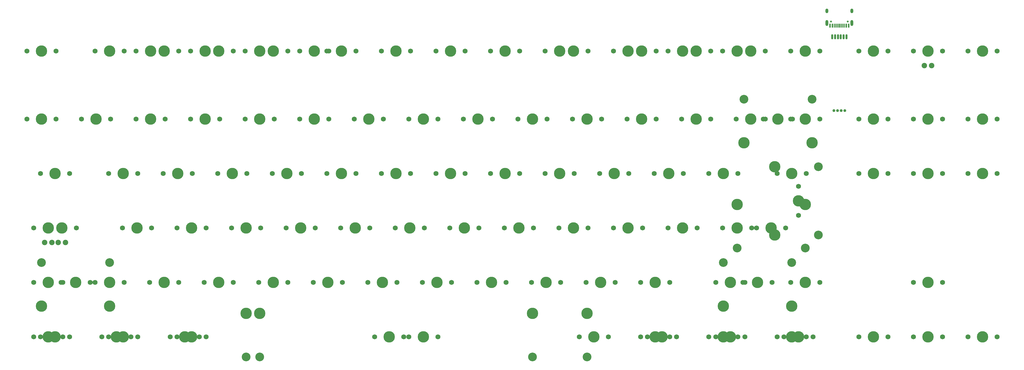
<source format=gbr>
%TF.GenerationSoftware,KiCad,Pcbnew,(5.1.12)-1*%
%TF.CreationDate,2022-12-08T05:34:39+07:00*%
%TF.ProjectId,Solder,536f6c64-6572-42e6-9b69-6361645f7063,rev?*%
%TF.SameCoordinates,Original*%
%TF.FileFunction,Soldermask,Top*%
%TF.FilePolarity,Negative*%
%FSLAX46Y46*%
G04 Gerber Fmt 4.6, Leading zero omitted, Abs format (unit mm)*
G04 Created by KiCad (PCBNEW (5.1.12)-1) date 2022-12-08 05:34:39*
%MOMM*%
%LPD*%
G01*
G04 APERTURE LIST*
%ADD10C,1.000000*%
%ADD11O,1.000000X1.000000*%
%ADD12C,1.750000*%
%ADD13C,3.987800*%
%ADD14C,3.048000*%
%ADD15R,0.600000X1.450000*%
%ADD16R,0.300000X1.450000*%
%ADD17C,0.650000*%
%ADD18O,1.000000X2.100000*%
%ADD19O,1.000000X1.600000*%
%ADD20O,0.700000X1.800000*%
%ADD21C,0.500000*%
%ADD22C,1.905000*%
G04 APERTURE END LIST*
D10*
%TO.C,J4*%
X312669837Y-54087112D03*
D11*
X313939837Y-54087112D03*
X315209837Y-54087112D03*
X316479837Y-54087112D03*
%TD*%
D12*
%TO.C,MX108*%
X340451087Y-133249612D03*
X350611087Y-133249612D03*
D13*
X345531087Y-133249612D03*
%TD*%
D12*
%TO.C,MX91*%
X302986087Y-133249612D03*
X292826087Y-133249612D03*
D13*
X297906087Y-133249612D03*
%TD*%
D12*
%TO.C,MX14*%
X64226087Y-95149612D03*
X74386087Y-95149612D03*
D13*
X69306087Y-95149612D03*
%TD*%
D12*
%TO.C,MX109*%
X359501087Y-33237112D03*
X369661087Y-33237112D03*
D13*
X364581087Y-33237112D03*
%TD*%
D12*
%TO.C,MX2*%
X30888587Y-33237112D03*
X41048587Y-33237112D03*
D13*
X35968587Y-33237112D03*
%TD*%
D12*
%TO.C,MX11*%
X54701087Y-33237112D03*
X64861087Y-33237112D03*
D13*
X59781087Y-33237112D03*
%TD*%
D12*
%TO.C,MX7*%
X42794837Y-114199612D03*
X52954837Y-114199612D03*
D13*
X47874837Y-114199612D03*
D14*
X35968587Y-107214612D03*
X59781087Y-107214612D03*
D13*
X35968587Y-122454612D03*
X59781087Y-122454612D03*
%TD*%
D12*
%TO.C,MX13*%
X59463587Y-76099612D03*
X69623587Y-76099612D03*
D13*
X64543587Y-76099612D03*
%TD*%
D12*
%TO.C,MX24*%
X73751087Y-33237112D03*
X83911087Y-33237112D03*
D13*
X78831087Y-33237112D03*
%TD*%
D12*
%TO.C,MX92*%
X297588587Y-33237112D03*
X307748587Y-33237112D03*
D13*
X302668587Y-33237112D03*
%TD*%
D12*
%TO.C,MX100*%
X321401087Y-33237112D03*
X331561087Y-33237112D03*
D13*
X326481087Y-33237112D03*
%TD*%
D15*
%TO.C,USB1*%
X311349837Y-24332112D03*
X317799837Y-24332112D03*
X312124837Y-24332112D03*
X317024837Y-24332112D03*
D16*
X316324837Y-24332112D03*
X312824837Y-24332112D03*
X315824837Y-24332112D03*
X313324837Y-24332112D03*
X315324837Y-24332112D03*
X313824837Y-24332112D03*
X314324837Y-24332112D03*
X314824837Y-24332112D03*
D17*
X311684837Y-22887112D03*
X317464837Y-22887112D03*
D18*
X318894837Y-23417112D03*
X310254837Y-23417112D03*
D19*
X318894837Y-19237112D03*
X310254837Y-19237112D03*
%TD*%
D20*
%TO.C,J1*%
X315074837Y-28237112D03*
D21*
X315074837Y-27637112D03*
X315074837Y-28837112D03*
D20*
X317074837Y-28237112D03*
D21*
X317074837Y-27637112D03*
X317074837Y-28837112D03*
X316074837Y-28837112D03*
D20*
X316074837Y-28237112D03*
D21*
X316074837Y-27637112D03*
D20*
X314074837Y-28237112D03*
D21*
X314074837Y-28837112D03*
X314074837Y-27637112D03*
D20*
X313074837Y-28237112D03*
D21*
X313074837Y-27637112D03*
X313074837Y-28837112D03*
X312074837Y-27637112D03*
X312074837Y-28837112D03*
D20*
X312074837Y-28237112D03*
%TD*%
D22*
%TO.C,D3*%
X344261087Y-38317112D03*
X346801087Y-38317112D03*
%TD*%
D12*
%TO.C,MX31*%
X107088587Y-33237112D03*
X117248587Y-33237112D03*
D13*
X112168587Y-33237112D03*
%TD*%
D12*
%TO.C,MX18*%
X68988587Y-33237112D03*
X79148587Y-33237112D03*
D13*
X74068587Y-33237112D03*
%TD*%
D12*
%TO.C,MX36*%
X111851087Y-33237112D03*
X122011087Y-33237112D03*
D13*
X116931087Y-33237112D03*
%TD*%
D12*
%TO.C,MX72*%
X240438587Y-33237112D03*
X250598587Y-33237112D03*
D13*
X245518587Y-33237112D03*
%TD*%
D12*
%TO.C,MX37*%
X126138587Y-33237112D03*
X136298587Y-33237112D03*
D13*
X131218587Y-33237112D03*
%TD*%
D12*
%TO.C,MX89*%
X278538587Y-33237112D03*
X288698587Y-33237112D03*
D13*
X283618587Y-33237112D03*
%TD*%
D12*
%TO.C,MX25*%
X88038587Y-33237112D03*
X98198587Y-33237112D03*
D13*
X93118587Y-33237112D03*
%TD*%
D12*
%TO.C,MX80*%
X259488587Y-33237112D03*
X269648587Y-33237112D03*
D13*
X264568587Y-33237112D03*
%TD*%
D12*
%TO.C,MX60*%
X211863587Y-33237112D03*
X222023587Y-33237112D03*
D13*
X216943587Y-33237112D03*
%TD*%
D12*
%TO.C,MX65*%
X216626087Y-33237112D03*
X226786087Y-33237112D03*
D13*
X221706087Y-33237112D03*
%TD*%
D12*
%TO.C,MX55*%
X192813587Y-33237112D03*
X202973587Y-33237112D03*
D13*
X197893587Y-33237112D03*
%TD*%
D12*
%TO.C,MX50*%
X173763587Y-33237112D03*
X183923587Y-33237112D03*
D13*
X178843587Y-33237112D03*
%TD*%
D12*
%TO.C,MX44*%
X154713587Y-33237112D03*
X164873587Y-33237112D03*
D13*
X159793587Y-33237112D03*
%TD*%
D12*
%TO.C,MX74*%
X254726087Y-33237112D03*
X264886087Y-33237112D03*
D13*
X259806087Y-33237112D03*
%TD*%
D12*
%TO.C,MX82*%
X273776087Y-33237112D03*
X283936087Y-33237112D03*
D13*
X278856087Y-33237112D03*
%TD*%
D12*
%TO.C,MX66*%
X235676087Y-33237112D03*
X245836087Y-33237112D03*
D13*
X240756087Y-33237112D03*
%TD*%
D12*
%TO.C,MX38*%
X135663587Y-33237112D03*
X145823587Y-33237112D03*
D13*
X140743587Y-33237112D03*
%TD*%
D12*
%TO.C,MX30*%
X92801087Y-33237112D03*
X102961087Y-33237112D03*
D13*
X97881087Y-33237112D03*
%TD*%
D12*
%TO.C,MX104*%
X340451087Y-33237112D03*
X350611087Y-33237112D03*
D13*
X345531087Y-33237112D03*
%TD*%
D17*
%TO.C,USB2*%
X317464837Y-22887112D03*
X311684837Y-22887112D03*
D18*
X310254837Y-23417112D03*
X318894837Y-23417112D03*
D19*
X310254837Y-19237112D03*
X318894837Y-19237112D03*
%TD*%
D12*
%TO.C,MX112*%
X359501087Y-133249612D03*
X369661087Y-133249612D03*
D13*
X364581087Y-133249612D03*
%TD*%
D12*
%TO.C,MX107*%
X340451087Y-114199612D03*
X350611087Y-114199612D03*
D13*
X345531087Y-114199612D03*
%TD*%
D12*
%TO.C,MX103*%
X321401087Y-133249612D03*
X331561087Y-133249612D03*
D13*
X326481087Y-133249612D03*
%TD*%
D12*
%TO.C,MX106*%
X340451087Y-76099612D03*
X350611087Y-76099612D03*
D13*
X345531087Y-76099612D03*
%TD*%
D12*
%TO.C,MX102*%
X321401087Y-76099612D03*
X331561087Y-76099612D03*
D13*
X326481087Y-76099612D03*
%TD*%
D12*
%TO.C,MX111*%
X359501087Y-76099612D03*
X369661087Y-76099612D03*
D13*
X364581087Y-76099612D03*
%TD*%
D12*
%TO.C,MX110*%
X359501087Y-57049612D03*
X369661087Y-57049612D03*
D13*
X364581087Y-57049612D03*
%TD*%
D12*
%TO.C,MX101*%
X321401087Y-57049612D03*
X331561087Y-57049612D03*
D13*
X326481087Y-57049612D03*
%TD*%
D12*
%TO.C,MX105*%
X340451087Y-57049612D03*
X350611087Y-57049612D03*
D13*
X345531087Y-57049612D03*
%TD*%
D22*
%TO.C,D1*%
X39619837Y-100229612D03*
X37079837Y-100229612D03*
%TD*%
%TO.C,D2*%
X41842337Y-100229612D03*
X44382337Y-100229612D03*
%TD*%
D12*
%TO.C,MX22*%
X73751087Y-114199612D03*
X83911087Y-114199612D03*
D13*
X78831087Y-114199612D03*
%TD*%
D12*
%TO.C,MX97*%
X297588587Y-114199612D03*
X307748587Y-114199612D03*
D13*
X302668587Y-114199612D03*
%TD*%
D12*
%TO.C,MX96*%
X288063587Y-57049612D03*
X298223587Y-57049612D03*
D13*
X293143587Y-57049612D03*
D14*
X281237337Y-50064612D03*
X305049837Y-50064612D03*
D13*
X281237337Y-65304612D03*
X305049837Y-65304612D03*
%TD*%
D12*
%TO.C,MX86*%
X271394837Y-114199612D03*
X281554837Y-114199612D03*
D13*
X276474837Y-114199612D03*
%TD*%
D12*
%TO.C,MX5*%
X33269837Y-95149612D03*
X43429837Y-95149612D03*
D13*
X38349837Y-95149612D03*
%TD*%
D12*
%TO.C,MX94*%
X273776087Y-95149612D03*
X283936087Y-95149612D03*
D13*
X278856087Y-95149612D03*
%TD*%
D12*
%TO.C,MX90*%
X300287337Y-90704612D03*
X300287337Y-80544612D03*
D13*
X300287337Y-85624612D03*
X292032337Y-73686612D03*
X292032337Y-97562612D03*
D14*
X307272337Y-73686612D03*
X307272337Y-97562612D03*
%TD*%
D12*
%TO.C,MX81*%
X269013587Y-133249612D03*
X279173587Y-133249612D03*
D13*
X274093587Y-133249612D03*
%TD*%
D12*
%TO.C,MX73*%
X255361087Y-133249612D03*
X245201087Y-133249612D03*
D13*
X250281087Y-133249612D03*
%TD*%
D12*
%TO.C,MX43*%
X164238587Y-133249612D03*
X174398587Y-133249612D03*
D13*
X169318587Y-133249612D03*
D14*
X112168587Y-140234612D03*
X226468587Y-140234612D03*
D13*
X112168587Y-124994612D03*
X226468587Y-124994612D03*
%TD*%
D12*
%TO.C,MX10*%
X59463587Y-133249612D03*
X69623587Y-133249612D03*
D13*
X64543587Y-133249612D03*
%TD*%
D12*
%TO.C,MX17*%
X93436087Y-133249612D03*
X83276087Y-133249612D03*
D13*
X88356087Y-133249612D03*
%TD*%
D12*
%TO.C,MX1*%
X45811087Y-133249612D03*
X35651087Y-133249612D03*
D13*
X40731087Y-133249612D03*
%TD*%
D12*
%TO.C,MX83*%
X259488587Y-57049612D03*
X269648587Y-57049612D03*
D13*
X264568587Y-57049612D03*
%TD*%
D12*
%TO.C,MX98*%
X295207337Y-133249612D03*
X305367337Y-133249612D03*
D13*
X300287337Y-133249612D03*
%TD*%
D12*
%TO.C,MX88*%
X271394837Y-133249612D03*
X281554837Y-133249612D03*
D13*
X276474837Y-133249612D03*
%TD*%
D12*
%TO.C,MX79*%
X247582337Y-133249612D03*
X257742337Y-133249612D03*
D13*
X252662337Y-133249612D03*
%TD*%
D12*
%TO.C,MX71*%
X223769837Y-133249612D03*
X233929837Y-133249612D03*
D13*
X228849837Y-133249612D03*
%TD*%
D12*
%TO.C,MX49*%
X152332337Y-133249612D03*
X162492337Y-133249612D03*
D13*
X157412337Y-133249612D03*
D14*
X107412437Y-140234612D03*
X207412237Y-140234612D03*
D13*
X107412437Y-124994612D03*
X207412237Y-124994612D03*
%TD*%
D12*
%TO.C,MX23*%
X80894837Y-133249612D03*
X91054837Y-133249612D03*
D13*
X85974837Y-133249612D03*
%TD*%
D12*
%TO.C,MX16*%
X57082337Y-133249612D03*
X67242337Y-133249612D03*
D13*
X62162337Y-133249612D03*
%TD*%
D12*
%TO.C,MX8*%
X33269837Y-133249612D03*
X43429837Y-133249612D03*
D13*
X38349837Y-133249612D03*
%TD*%
D12*
%TO.C,MX87*%
X280919837Y-114199612D03*
X291079837Y-114199612D03*
D13*
X285999837Y-114199612D03*
D14*
X274093587Y-107214612D03*
X297906087Y-107214612D03*
D13*
X274093587Y-122454612D03*
X297906087Y-122454612D03*
%TD*%
D12*
%TO.C,MX78*%
X245201087Y-114199612D03*
X255361087Y-114199612D03*
D13*
X250281087Y-114199612D03*
%TD*%
D12*
%TO.C,MX70*%
X226151087Y-114199612D03*
X236311087Y-114199612D03*
D13*
X231231087Y-114199612D03*
%TD*%
D12*
%TO.C,MX64*%
X207101087Y-114199612D03*
X217261087Y-114199612D03*
D13*
X212181087Y-114199612D03*
%TD*%
D12*
%TO.C,MX59*%
X188051087Y-114199612D03*
X198211087Y-114199612D03*
D13*
X193131087Y-114199612D03*
%TD*%
D12*
%TO.C,MX54*%
X169001087Y-114199612D03*
X179161087Y-114199612D03*
D13*
X174081087Y-114199612D03*
%TD*%
D12*
%TO.C,MX48*%
X149951087Y-114199612D03*
X160111087Y-114199612D03*
D13*
X155031087Y-114199612D03*
%TD*%
D12*
%TO.C,MX42*%
X130901087Y-114199612D03*
X141061087Y-114199612D03*
D13*
X135981087Y-114199612D03*
%TD*%
D12*
%TO.C,MX35*%
X111851087Y-114199612D03*
X122011087Y-114199612D03*
D13*
X116931087Y-114199612D03*
%TD*%
D12*
%TO.C,MX29*%
X92801087Y-114199612D03*
X102961087Y-114199612D03*
D13*
X97881087Y-114199612D03*
%TD*%
D12*
%TO.C,MX15*%
X54701087Y-114199612D03*
X64861087Y-114199612D03*
D13*
X59781087Y-114199612D03*
%TD*%
D12*
%TO.C,MX6*%
X33269837Y-114199612D03*
X43429837Y-114199612D03*
D13*
X38349837Y-114199612D03*
%TD*%
D12*
%TO.C,MX95*%
X297588587Y-57049612D03*
X307748587Y-57049612D03*
D13*
X302668587Y-57049612D03*
%TD*%
D12*
%TO.C,MX85*%
X285682337Y-95149612D03*
X295842337Y-95149612D03*
D13*
X290762337Y-95149612D03*
D14*
X278856087Y-102134612D03*
X302668587Y-102134612D03*
D13*
X278856087Y-86894612D03*
X302668587Y-86894612D03*
%TD*%
D12*
%TO.C,MX77*%
X254726087Y-95149612D03*
X264886087Y-95149612D03*
D13*
X259806087Y-95149612D03*
%TD*%
D12*
%TO.C,MX69*%
X235676087Y-95149612D03*
X245836087Y-95149612D03*
D13*
X240756087Y-95149612D03*
%TD*%
D12*
%TO.C,MX63*%
X216626087Y-95149612D03*
X226786087Y-95149612D03*
D13*
X221706087Y-95149612D03*
%TD*%
D12*
%TO.C,MX58*%
X197576087Y-95149612D03*
X207736087Y-95149612D03*
D13*
X202656087Y-95149612D03*
%TD*%
D12*
%TO.C,MX53*%
X178526087Y-95149612D03*
X188686087Y-95149612D03*
D13*
X183606087Y-95149612D03*
%TD*%
D12*
%TO.C,MX47*%
X159476087Y-95149612D03*
X169636087Y-95149612D03*
D13*
X164556087Y-95149612D03*
%TD*%
D12*
%TO.C,MX41*%
X140426087Y-95149612D03*
X150586087Y-95149612D03*
D13*
X145506087Y-95149612D03*
%TD*%
D12*
%TO.C,MX34*%
X121376087Y-95149612D03*
X131536087Y-95149612D03*
D13*
X126456087Y-95149612D03*
%TD*%
D12*
%TO.C,MX28*%
X102326087Y-95149612D03*
X112486087Y-95149612D03*
D13*
X107406087Y-95149612D03*
%TD*%
D12*
%TO.C,MX21*%
X83276087Y-95149612D03*
X93436087Y-95149612D03*
D13*
X88356087Y-95149612D03*
%TD*%
D12*
%TO.C,MX9*%
X38032337Y-95149612D03*
X48192337Y-95149612D03*
D13*
X43112337Y-95149612D03*
%TD*%
D12*
%TO.C,MX99*%
X302986087Y-76099612D03*
X292826087Y-76099612D03*
D13*
X297906087Y-76099612D03*
%TD*%
D12*
%TO.C,MX84*%
X269013587Y-76099612D03*
X279173587Y-76099612D03*
D13*
X274093587Y-76099612D03*
%TD*%
D12*
%TO.C,MX76*%
X249963587Y-76099612D03*
X260123587Y-76099612D03*
D13*
X255043587Y-76099612D03*
%TD*%
D12*
%TO.C,MX68*%
X230913587Y-76099612D03*
X241073587Y-76099612D03*
D13*
X235993587Y-76099612D03*
%TD*%
D12*
%TO.C,MX62*%
X211863587Y-76099612D03*
X222023587Y-76099612D03*
D13*
X216943587Y-76099612D03*
%TD*%
D12*
%TO.C,MX57*%
X192813587Y-76099612D03*
X202973587Y-76099612D03*
D13*
X197893587Y-76099612D03*
%TD*%
D12*
%TO.C,MX52*%
X173763587Y-76099612D03*
X183923587Y-76099612D03*
D13*
X178843587Y-76099612D03*
%TD*%
D12*
%TO.C,MX46*%
X154713587Y-76099612D03*
X164873587Y-76099612D03*
D13*
X159793587Y-76099612D03*
%TD*%
D12*
%TO.C,MX40*%
X135663587Y-76099612D03*
X145823587Y-76099612D03*
D13*
X140743587Y-76099612D03*
%TD*%
D12*
%TO.C,MX33*%
X116613587Y-76099612D03*
X126773587Y-76099612D03*
D13*
X121693587Y-76099612D03*
%TD*%
D12*
%TO.C,MX27*%
X97563587Y-76099612D03*
X107723587Y-76099612D03*
D13*
X102643587Y-76099612D03*
%TD*%
D12*
%TO.C,MX20*%
X78513587Y-76099612D03*
X88673587Y-76099612D03*
D13*
X83593587Y-76099612D03*
%TD*%
D12*
%TO.C,MX4*%
X45811087Y-76099612D03*
X35651087Y-76099612D03*
D13*
X40731087Y-76099612D03*
%TD*%
D12*
%TO.C,MX93*%
X278538587Y-57049612D03*
X288698587Y-57049612D03*
D13*
X283618587Y-57049612D03*
%TD*%
D12*
%TO.C,MX75*%
X240438587Y-57049612D03*
X250598587Y-57049612D03*
D13*
X245518587Y-57049612D03*
%TD*%
D12*
%TO.C,MX67*%
X221388587Y-57049612D03*
X231548587Y-57049612D03*
D13*
X226468587Y-57049612D03*
%TD*%
D12*
%TO.C,MX61*%
X202338587Y-57049612D03*
X212498587Y-57049612D03*
D13*
X207418587Y-57049612D03*
%TD*%
D12*
%TO.C,MX56*%
X183288587Y-57049612D03*
X193448587Y-57049612D03*
D13*
X188368587Y-57049612D03*
%TD*%
D12*
%TO.C,MX51*%
X164238587Y-57049612D03*
X174398587Y-57049612D03*
D13*
X169318587Y-57049612D03*
%TD*%
D12*
%TO.C,MX45*%
X145188587Y-57049612D03*
X155348587Y-57049612D03*
D13*
X150268587Y-57049612D03*
%TD*%
D12*
%TO.C,MX39*%
X126138587Y-57049612D03*
X136298587Y-57049612D03*
D13*
X131218587Y-57049612D03*
%TD*%
D12*
%TO.C,MX32*%
X107088587Y-57049612D03*
X117248587Y-57049612D03*
D13*
X112168587Y-57049612D03*
%TD*%
D12*
%TO.C,MX26*%
X88038587Y-57049612D03*
X98198587Y-57049612D03*
D13*
X93118587Y-57049612D03*
%TD*%
D12*
%TO.C,MX19*%
X68988587Y-57049612D03*
X79148587Y-57049612D03*
D13*
X74068587Y-57049612D03*
%TD*%
D12*
%TO.C,MX12*%
X49938587Y-57049612D03*
X60098587Y-57049612D03*
D13*
X55018587Y-57049612D03*
%TD*%
D12*
%TO.C,MX3*%
X30888587Y-57049612D03*
X41048587Y-57049612D03*
D13*
X35968587Y-57049612D03*
%TD*%
M02*

</source>
